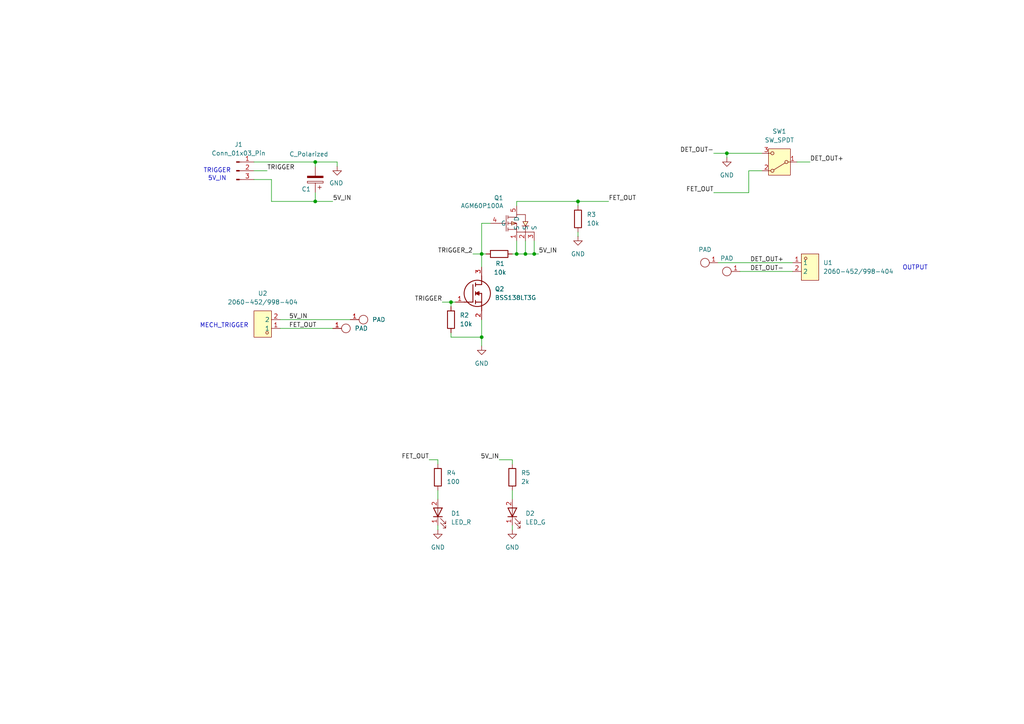
<source format=kicad_sch>
(kicad_sch
	(version 20250114)
	(generator "eeschema")
	(generator_version "9.0")
	(uuid "d6750254-6a5a-4a5e-8689-b06e7440633b")
	(paper "A4")
	(lib_symbols
		(symbol "Connector:Conn_01x03_Pin"
			(pin_names
				(offset 1.016)
				(hide yes)
			)
			(exclude_from_sim no)
			(in_bom yes)
			(on_board yes)
			(property "Reference" "J"
				(at 0 5.08 0)
				(effects
					(font
						(size 1.27 1.27)
					)
				)
			)
			(property "Value" "Conn_01x03_Pin"
				(at 0 -5.08 0)
				(effects
					(font
						(size 1.27 1.27)
					)
				)
			)
			(property "Footprint" ""
				(at 0 0 0)
				(effects
					(font
						(size 1.27 1.27)
					)
					(hide yes)
				)
			)
			(property "Datasheet" "~"
				(at 0 0 0)
				(effects
					(font
						(size 1.27 1.27)
					)
					(hide yes)
				)
			)
			(property "Description" "Generic connector, single row, 01x03, script generated"
				(at 0 0 0)
				(effects
					(font
						(size 1.27 1.27)
					)
					(hide yes)
				)
			)
			(property "ki_locked" ""
				(at 0 0 0)
				(effects
					(font
						(size 1.27 1.27)
					)
				)
			)
			(property "ki_keywords" "connector"
				(at 0 0 0)
				(effects
					(font
						(size 1.27 1.27)
					)
					(hide yes)
				)
			)
			(property "ki_fp_filters" "Connector*:*_1x??_*"
				(at 0 0 0)
				(effects
					(font
						(size 1.27 1.27)
					)
					(hide yes)
				)
			)
			(symbol "Conn_01x03_Pin_1_1"
				(rectangle
					(start 0.8636 2.667)
					(end 0 2.413)
					(stroke
						(width 0.1524)
						(type default)
					)
					(fill
						(type outline)
					)
				)
				(rectangle
					(start 0.8636 0.127)
					(end 0 -0.127)
					(stroke
						(width 0.1524)
						(type default)
					)
					(fill
						(type outline)
					)
				)
				(rectangle
					(start 0.8636 -2.413)
					(end 0 -2.667)
					(stroke
						(width 0.1524)
						(type default)
					)
					(fill
						(type outline)
					)
				)
				(polyline
					(pts
						(xy 1.27 2.54) (xy 0.8636 2.54)
					)
					(stroke
						(width 0.1524)
						(type default)
					)
					(fill
						(type none)
					)
				)
				(polyline
					(pts
						(xy 1.27 0) (xy 0.8636 0)
					)
					(stroke
						(width 0.1524)
						(type default)
					)
					(fill
						(type none)
					)
				)
				(polyline
					(pts
						(xy 1.27 -2.54) (xy 0.8636 -2.54)
					)
					(stroke
						(width 0.1524)
						(type default)
					)
					(fill
						(type none)
					)
				)
				(pin passive line
					(at 5.08 2.54 180)
					(length 3.81)
					(name "Pin_1"
						(effects
							(font
								(size 1.27 1.27)
							)
						)
					)
					(number "1"
						(effects
							(font
								(size 1.27 1.27)
							)
						)
					)
				)
				(pin passive line
					(at 5.08 0 180)
					(length 3.81)
					(name "Pin_2"
						(effects
							(font
								(size 1.27 1.27)
							)
						)
					)
					(number "2"
						(effects
							(font
								(size 1.27 1.27)
							)
						)
					)
				)
				(pin passive line
					(at 5.08 -2.54 180)
					(length 3.81)
					(name "Pin_3"
						(effects
							(font
								(size 1.27 1.27)
							)
						)
					)
					(number "3"
						(effects
							(font
								(size 1.27 1.27)
							)
						)
					)
				)
			)
			(embedded_fonts no)
		)
		(symbol "Device:C_Polarized"
			(pin_numbers
				(hide yes)
			)
			(pin_names
				(offset 0.254)
			)
			(exclude_from_sim no)
			(in_bom yes)
			(on_board yes)
			(property "Reference" "C"
				(at 0.635 2.54 0)
				(effects
					(font
						(size 1.27 1.27)
					)
					(justify left)
				)
			)
			(property "Value" "C_Polarized"
				(at 0.635 -2.54 0)
				(effects
					(font
						(size 1.27 1.27)
					)
					(justify left)
				)
			)
			(property "Footprint" ""
				(at 0.9652 -3.81 0)
				(effects
					(font
						(size 1.27 1.27)
					)
					(hide yes)
				)
			)
			(property "Datasheet" "~"
				(at 0 0 0)
				(effects
					(font
						(size 1.27 1.27)
					)
					(hide yes)
				)
			)
			(property "Description" "Polarized capacitor"
				(at 0 0 0)
				(effects
					(font
						(size 1.27 1.27)
					)
					(hide yes)
				)
			)
			(property "ki_keywords" "cap capacitor"
				(at 0 0 0)
				(effects
					(font
						(size 1.27 1.27)
					)
					(hide yes)
				)
			)
			(property "ki_fp_filters" "CP_*"
				(at 0 0 0)
				(effects
					(font
						(size 1.27 1.27)
					)
					(hide yes)
				)
			)
			(symbol "C_Polarized_0_1"
				(rectangle
					(start -2.286 0.508)
					(end 2.286 1.016)
					(stroke
						(width 0)
						(type default)
					)
					(fill
						(type none)
					)
				)
				(polyline
					(pts
						(xy -1.778 2.286) (xy -0.762 2.286)
					)
					(stroke
						(width 0)
						(type default)
					)
					(fill
						(type none)
					)
				)
				(polyline
					(pts
						(xy -1.27 2.794) (xy -1.27 1.778)
					)
					(stroke
						(width 0)
						(type default)
					)
					(fill
						(type none)
					)
				)
				(rectangle
					(start 2.286 -0.508)
					(end -2.286 -1.016)
					(stroke
						(width 0)
						(type default)
					)
					(fill
						(type outline)
					)
				)
			)
			(symbol "C_Polarized_1_1"
				(pin passive line
					(at 0 3.81 270)
					(length 2.794)
					(name "~"
						(effects
							(font
								(size 1.27 1.27)
							)
						)
					)
					(number "1"
						(effects
							(font
								(size 1.27 1.27)
							)
						)
					)
				)
				(pin passive line
					(at 0 -3.81 90)
					(length 2.794)
					(name "~"
						(effects
							(font
								(size 1.27 1.27)
							)
						)
					)
					(number "2"
						(effects
							(font
								(size 1.27 1.27)
							)
						)
					)
				)
			)
			(embedded_fonts no)
		)
		(symbol "Device:LED"
			(pin_names
				(offset 1.016)
				(hide yes)
			)
			(exclude_from_sim no)
			(in_bom yes)
			(on_board yes)
			(property "Reference" "D1"
				(at -1.5875 -7.62 0)
				(effects
					(font
						(size 1.27 1.27)
					)
				)
			)
			(property "Value" "LED_G"
				(at -1.5875 -5.08 0)
				(effects
					(font
						(size 1.27 1.27)
					)
				)
			)
			(property "Footprint" "easyeda2kicad:LED0402-RD_GREEN"
				(at 0 0 0)
				(effects
					(font
						(size 1.27 1.27)
					)
					(hide yes)
				)
			)
			(property "Datasheet" "~"
				(at 0 0 0)
				(effects
					(font
						(size 1.27 1.27)
					)
					(hide yes)
				)
			)
			(property "Description" "Light emitting diode"
				(at 0 0 0)
				(effects
					(font
						(size 1.27 1.27)
					)
					(hide yes)
				)
			)
			(property "Sim.Pins" "1=K 2=A"
				(at 0 0 0)
				(effects
					(font
						(size 1.27 1.27)
					)
					(hide yes)
				)
			)
			(property "ki_keywords" "LED diode"
				(at 0 0 0)
				(effects
					(font
						(size 1.27 1.27)
					)
					(hide yes)
				)
			)
			(property "ki_fp_filters" "LED* LED_SMD:* LED_THT:*"
				(at 0 0 0)
				(effects
					(font
						(size 1.27 1.27)
					)
					(hide yes)
				)
			)
			(symbol "LED_0_1"
				(polyline
					(pts
						(xy -3.048 -0.762) (xy -4.572 -2.286) (xy -3.81 -2.286) (xy -4.572 -2.286) (xy -4.572 -1.524)
					)
					(stroke
						(width 0)
						(type default)
					)
					(fill
						(type none)
					)
				)
				(polyline
					(pts
						(xy -1.778 -0.762) (xy -3.302 -2.286) (xy -2.54 -2.286) (xy -3.302 -2.286) (xy -3.302 -1.524)
					)
					(stroke
						(width 0)
						(type default)
					)
					(fill
						(type none)
					)
				)
				(polyline
					(pts
						(xy -1.27 0) (xy 1.27 0)
					)
					(stroke
						(width 0)
						(type default)
					)
					(fill
						(type none)
					)
				)
				(polyline
					(pts
						(xy -1.27 -1.27) (xy -1.27 1.27)
					)
					(stroke
						(width 0.254)
						(type default)
					)
					(fill
						(type none)
					)
				)
				(polyline
					(pts
						(xy 1.27 -1.27) (xy 1.27 1.27) (xy -1.27 0) (xy 1.27 -1.27)
					)
					(stroke
						(width 0.254)
						(type default)
					)
					(fill
						(type none)
					)
				)
			)
			(symbol "LED_1_1"
				(pin passive line
					(at -3.81 0 0)
					(length 2.54)
					(name "K"
						(effects
							(font
								(size 1.27 1.27)
							)
						)
					)
					(number "1"
						(effects
							(font
								(size 1.27 1.27)
							)
						)
					)
				)
				(pin passive line
					(at 3.81 0 180)
					(length 2.54)
					(name "A"
						(effects
							(font
								(size 1.27 1.27)
							)
						)
					)
					(number "2"
						(effects
							(font
								(size 1.27 1.27)
							)
						)
					)
				)
			)
			(embedded_fonts no)
		)
		(symbol "Device:R"
			(pin_numbers
				(hide yes)
			)
			(pin_names
				(offset 0)
			)
			(exclude_from_sim no)
			(in_bom yes)
			(on_board yes)
			(property "Reference" "R"
				(at 2.032 0 90)
				(effects
					(font
						(size 1.27 1.27)
					)
				)
			)
			(property "Value" "R"
				(at 0 0 90)
				(effects
					(font
						(size 1.27 1.27)
					)
				)
			)
			(property "Footprint" ""
				(at -1.778 0 90)
				(effects
					(font
						(size 1.27 1.27)
					)
					(hide yes)
				)
			)
			(property "Datasheet" "~"
				(at 0 0 0)
				(effects
					(font
						(size 1.27 1.27)
					)
					(hide yes)
				)
			)
			(property "Description" "Resistor"
				(at 0 0 0)
				(effects
					(font
						(size 1.27 1.27)
					)
					(hide yes)
				)
			)
			(property "ki_keywords" "R res resistor"
				(at 0 0 0)
				(effects
					(font
						(size 1.27 1.27)
					)
					(hide yes)
				)
			)
			(property "ki_fp_filters" "R_*"
				(at 0 0 0)
				(effects
					(font
						(size 1.27 1.27)
					)
					(hide yes)
				)
			)
			(symbol "R_0_1"
				(rectangle
					(start -1.016 -2.54)
					(end 1.016 2.54)
					(stroke
						(width 0.254)
						(type default)
					)
					(fill
						(type none)
					)
				)
			)
			(symbol "R_1_1"
				(pin passive line
					(at 0 3.81 270)
					(length 1.27)
					(name "~"
						(effects
							(font
								(size 1.27 1.27)
							)
						)
					)
					(number "1"
						(effects
							(font
								(size 1.27 1.27)
							)
						)
					)
				)
				(pin passive line
					(at 0 -3.81 90)
					(length 1.27)
					(name "~"
						(effects
							(font
								(size 1.27 1.27)
							)
						)
					)
					(number "2"
						(effects
							(font
								(size 1.27 1.27)
							)
						)
					)
				)
			)
			(embedded_fonts no)
		)
		(symbol "Switch:SW_SPDT"
			(pin_names
				(offset 0)
				(hide yes)
			)
			(exclude_from_sim no)
			(in_bom yes)
			(on_board yes)
			(property "Reference" "SW1"
				(at 0 -8.89 0)
				(effects
					(font
						(size 1.27 1.27)
					)
				)
			)
			(property "Value" "SW_SPDT"
				(at 0 -6.35 0)
				(effects
					(font
						(size 1.27 1.27)
					)
				)
			)
			(property "Footprint" "personal_footprint:D2HW-BL201DL"
				(at 0 0 0)
				(effects
					(font
						(size 1.27 1.27)
					)
					(hide yes)
				)
			)
			(property "Datasheet" "D2HW-BL201DL"
				(at 0 -7.62 0)
				(effects
					(font
						(size 1.27 1.27)
					)
					(hide yes)
				)
			)
			(property "Description" "Switch, single pole double throw"
				(at 0 0 0)
				(effects
					(font
						(size 1.27 1.27)
					)
					(hide yes)
				)
			)
			(property "ki_keywords" "switch single-pole double-throw spdt ON-ON"
				(at 0 0 0)
				(effects
					(font
						(size 1.27 1.27)
					)
					(hide yes)
				)
			)
			(symbol "SW_SPDT_0_1"
				(circle
					(center -2.032 0)
					(radius 0.4572)
					(stroke
						(width 0)
						(type default)
					)
					(fill
						(type none)
					)
				)
				(polyline
					(pts
						(xy -1.651 0.254) (xy 1.651 2.286)
					)
					(stroke
						(width 0)
						(type default)
					)
					(fill
						(type none)
					)
				)
				(circle
					(center 2.032 2.54)
					(radius 0.4572)
					(stroke
						(width 0)
						(type default)
					)
					(fill
						(type none)
					)
				)
				(circle
					(center 2.032 -2.54)
					(radius 0.4572)
					(stroke
						(width 0)
						(type default)
					)
					(fill
						(type none)
					)
				)
			)
			(symbol "SW_SPDT_1_1"
				(rectangle
					(start -3.175 3.81)
					(end 3.175 -3.81)
					(stroke
						(width 0)
						(type default)
					)
					(fill
						(type background)
					)
				)
				(pin passive line
					(at -5.08 0 0)
					(length 2.54)
					(name "B"
						(effects
							(font
								(size 1.27 1.27)
							)
						)
					)
					(number "1"
						(effects
							(font
								(size 1.27 1.27)
							)
						)
					)
				)
				(pin passive line
					(at 5.08 2.54 180)
					(length 2.54)
					(name "A"
						(effects
							(font
								(size 1.27 1.27)
							)
						)
					)
					(number "2"
						(effects
							(font
								(size 1.27 1.27)
							)
						)
					)
				)
				(pin passive line
					(at 5.08 -2.54 180)
					(length 2.54)
					(name "C"
						(effects
							(font
								(size 1.27 1.27)
							)
						)
					)
					(number "3"
						(effects
							(font
								(size 1.27 1.27)
							)
						)
					)
				)
			)
			(embedded_fonts no)
		)
		(symbol "easyeda2kicad:2060-452_998-404"
			(exclude_from_sim no)
			(in_bom yes)
			(on_board yes)
			(property "Reference" "U"
				(at 0 6.35 0)
				(effects
					(font
						(size 1.27 1.27)
					)
				)
			)
			(property "Value" "2060-452/998-404"
				(at 0 -6.35 0)
				(effects
					(font
						(size 1.27 1.27)
					)
				)
			)
			(property "Footprint" "easyeda2kicad:CONN-SMD_2060-452"
				(at 0 -8.89 0)
				(effects
					(font
						(size 1.27 1.27)
					)
					(hide yes)
				)
			)
			(property "Datasheet" ""
				(at 0 0 0)
				(effects
					(font
						(size 1.27 1.27)
					)
					(hide yes)
				)
			)
			(property "Description" ""
				(at 0 0 0)
				(effects
					(font
						(size 1.27 1.27)
					)
					(hide yes)
				)
			)
			(property "LCSC Part" "C2765055"
				(at 0 -11.43 0)
				(effects
					(font
						(size 1.27 1.27)
					)
					(hide yes)
				)
			)
			(symbol "2060-452_998-404_0_1"
				(rectangle
					(start -2.54 3.81)
					(end 2.54 -3.81)
					(stroke
						(width 0)
						(type default)
					)
					(fill
						(type background)
					)
				)
				(circle
					(center -1.27 2.54)
					(radius 0.38)
					(stroke
						(width 0)
						(type default)
					)
					(fill
						(type none)
					)
				)
				(pin unspecified line
					(at -5.08 1.27 0)
					(length 2.54)
					(name "1"
						(effects
							(font
								(size 1.27 1.27)
							)
						)
					)
					(number "1"
						(effects
							(font
								(size 1.27 1.27)
							)
						)
					)
				)
				(pin unspecified line
					(at -5.08 -1.27 0)
					(length 2.54)
					(name "2"
						(effects
							(font
								(size 1.27 1.27)
							)
						)
					)
					(number "2"
						(effects
							(font
								(size 1.27 1.27)
							)
						)
					)
				)
			)
			(embedded_fonts no)
		)
		(symbol "easyeda2kicad:AGM60P100A"
			(exclude_from_sim no)
			(in_bom yes)
			(on_board yes)
			(property "Reference" "Q"
				(at 0 10.16 0)
				(effects
					(font
						(size 1.27 1.27)
					)
				)
			)
			(property "Value" "AGM60P100A"
				(at 0 -10.16 0)
				(effects
					(font
						(size 1.27 1.27)
					)
				)
			)
			(property "Footprint" "easyeda2kicad:TDSON-8_L5.9-W5.2-P1.27-BL"
				(at 0 -12.7 0)
				(effects
					(font
						(size 1.27 1.27)
					)
					(hide yes)
				)
			)
			(property "Datasheet" ""
				(at 0 0 0)
				(effects
					(font
						(size 1.27 1.27)
					)
					(hide yes)
				)
			)
			(property "Description" ""
				(at 0 0 0)
				(effects
					(font
						(size 1.27 1.27)
					)
					(hide yes)
				)
			)
			(property "LCSC Part" "C5373096"
				(at 0 -15.24 0)
				(effects
					(font
						(size 1.27 1.27)
					)
					(hide yes)
				)
			)
			(symbol "AGM60P100A_0_1"
				(polyline
					(pts
						(xy -5.08 0) (xy -3.05 0)
					)
					(stroke
						(width 0)
						(type default)
					)
					(fill
						(type none)
					)
				)
				(polyline
					(pts
						(xy -3.05 2.29) (xy -3.05 -2.29)
					)
					(stroke
						(width 0)
						(type default)
					)
					(fill
						(type none)
					)
				)
				(polyline
					(pts
						(xy -2.54 2.29) (xy -2.54 1.27)
					)
					(stroke
						(width 0)
						(type default)
					)
					(fill
						(type none)
					)
				)
				(polyline
					(pts
						(xy -2.54 1.78) (xy 0 1.78) (xy 0 2.54) (xy 2.54 2.54) (xy 2.54 0.51)
					)
					(stroke
						(width 0)
						(type default)
					)
					(fill
						(type none)
					)
				)
				(polyline
					(pts
						(xy -2.54 0) (xy 0 0) (xy 0 -2.54) (xy 5.08 -2.54) (xy 2.54 -2.54) (xy 2.54 -0.76)
					)
					(stroke
						(width 0)
						(type default)
					)
					(fill
						(type none)
					)
				)
				(polyline
					(pts
						(xy -2.54 -0.51) (xy -2.54 0.51)
					)
					(stroke
						(width 0)
						(type default)
					)
					(fill
						(type none)
					)
				)
				(polyline
					(pts
						(xy -2.54 -2.29) (xy -2.54 -1.27)
					)
					(stroke
						(width 0)
						(type default)
					)
					(fill
						(type none)
					)
				)
				(polyline
					(pts
						(xy 0 0) (xy -1.52 -0.51) (xy -1.52 0.51) (xy 0 0)
					)
					(stroke
						(width 0)
						(type default)
					)
					(fill
						(type background)
					)
				)
				(polyline
					(pts
						(xy 0 -1.78) (xy -2.54 -1.78)
					)
					(stroke
						(width 0)
						(type default)
					)
					(fill
						(type none)
					)
				)
				(polyline
					(pts
						(xy 2.54 -0.76) (xy 1.78 0.51) (xy 3.3 0.51) (xy 2.54 -0.76)
					)
					(stroke
						(width 0)
						(type default)
					)
					(fill
						(type background)
					)
				)
				(polyline
					(pts
						(xy 3.56 -0.76) (xy 3.05 -0.76) (xy 2.03 -0.76) (xy 1.52 -0.76)
					)
					(stroke
						(width 0)
						(type default)
					)
					(fill
						(type none)
					)
				)
				(pin unspecified line
					(at -7.62 0 0)
					(length 2.54)
					(name "G"
						(effects
							(font
								(size 1.27 1.27)
							)
						)
					)
					(number "4"
						(effects
							(font
								(size 1.27 1.27)
							)
						)
					)
				)
				(pin unspecified line
					(at 0 5.08 270)
					(length 2.54)
					(name "D"
						(effects
							(font
								(size 1.27 1.27)
							)
						)
					)
					(number "5"
						(effects
							(font
								(size 1.27 1.27)
							)
						)
					)
				)
				(pin unspecified line
					(at 0 -5.08 90)
					(length 2.54)
					(name "S"
						(effects
							(font
								(size 1.27 1.27)
							)
						)
					)
					(number "1"
						(effects
							(font
								(size 1.27 1.27)
							)
						)
					)
				)
				(pin unspecified line
					(at 2.54 -5.08 90)
					(length 2.54)
					(name "S"
						(effects
							(font
								(size 1.27 1.27)
							)
						)
					)
					(number "2"
						(effects
							(font
								(size 1.27 1.27)
							)
						)
					)
				)
				(pin unspecified line
					(at 5.08 -5.08 90)
					(length 2.54)
					(name "S"
						(effects
							(font
								(size 1.27 1.27)
							)
						)
					)
					(number "3"
						(effects
							(font
								(size 1.27 1.27)
							)
						)
					)
				)
			)
			(embedded_fonts no)
		)
		(symbol "personal_footprint:BSS138LT3G"
			(pin_names
				(hide yes)
			)
			(exclude_from_sim no)
			(in_bom yes)
			(on_board yes)
			(property "Reference" "Q"
				(at 11.43 3.81 0)
				(effects
					(font
						(size 1.27 1.27)
					)
					(justify left top)
				)
			)
			(property "Value" "BSS138LT3G"
				(at 11.43 1.27 0)
				(effects
					(font
						(size 1.27 1.27)
					)
					(justify left top)
				)
			)
			(property "Footprint" "personal_footprint:SOT96P237X111-3N"
				(at 11.43 -98.73 0)
				(effects
					(font
						(size 1.27 1.27)
					)
					(justify left top)
					(hide yes)
				)
			)
			(property "Datasheet" "https://www.onsemi.com/pub/Collateral/BSS138LT1-D.PDF"
				(at 11.43 -198.73 0)
				(effects
					(font
						(size 1.27 1.27)
					)
					(justify left top)
					(hide yes)
				)
			)
			(property "Description" "Low Threshold Voltage; Miniature SOT-23 Surface Mount Package; RoHS Compliant"
				(at 0 0 0)
				(effects
					(font
						(size 1.27 1.27)
					)
					(hide yes)
				)
			)
			(property "Height" "1.11"
				(at 11.43 -398.73 0)
				(effects
					(font
						(size 1.27 1.27)
					)
					(justify left top)
					(hide yes)
				)
			)
			(property "Mouser Part Number" "863-BSS138LT3G"
				(at 11.43 -498.73 0)
				(effects
					(font
						(size 1.27 1.27)
					)
					(justify left top)
					(hide yes)
				)
			)
			(property "Mouser Price/Stock" "https://www.mouser.co.uk/ProductDetail/onsemi/BSS138LT3G?qs=vNc2DXHODiIFTBAtRV5T3Q%3D%3D"
				(at 11.43 -598.73 0)
				(effects
					(font
						(size 1.27 1.27)
					)
					(justify left top)
					(hide yes)
				)
			)
			(property "Manufacturer_Name" "onsemi"
				(at 11.43 -698.73 0)
				(effects
					(font
						(size 1.27 1.27)
					)
					(justify left top)
					(hide yes)
				)
			)
			(property "Manufacturer_Part_Number" "BSS138LT3G"
				(at 11.43 -798.73 0)
				(effects
					(font
						(size 1.27 1.27)
					)
					(justify left top)
					(hide yes)
				)
			)
			(symbol "BSS138LT3G_1_1"
				(polyline
					(pts
						(xy 2.54 0) (xy 5.08 0)
					)
					(stroke
						(width 0.254)
						(type default)
					)
					(fill
						(type none)
					)
				)
				(polyline
					(pts
						(xy 5.08 5.08) (xy 5.08 0)
					)
					(stroke
						(width 0.254)
						(type default)
					)
					(fill
						(type none)
					)
				)
				(polyline
					(pts
						(xy 5.842 5.588) (xy 5.842 4.572)
					)
					(stroke
						(width 0.254)
						(type default)
					)
					(fill
						(type none)
					)
				)
				(polyline
					(pts
						(xy 5.842 2.54) (xy 6.858 3.048) (xy 6.858 2.032) (xy 5.842 2.54)
					)
					(stroke
						(width 0.254)
						(type default)
					)
					(fill
						(type outline)
					)
				)
				(polyline
					(pts
						(xy 5.842 2.032) (xy 5.842 3.048)
					)
					(stroke
						(width 0.254)
						(type default)
					)
					(fill
						(type none)
					)
				)
				(polyline
					(pts
						(xy 5.842 0) (xy 7.62 0)
					)
					(stroke
						(width 0.254)
						(type default)
					)
					(fill
						(type none)
					)
				)
				(polyline
					(pts
						(xy 5.842 -0.508) (xy 5.842 0.508)
					)
					(stroke
						(width 0.254)
						(type default)
					)
					(fill
						(type none)
					)
				)
				(circle
					(center 6.35 2.54)
					(radius 3.81)
					(stroke
						(width 0.254)
						(type default)
					)
					(fill
						(type none)
					)
				)
				(polyline
					(pts
						(xy 7.62 5.08) (xy 5.842 5.08)
					)
					(stroke
						(width 0.254)
						(type default)
					)
					(fill
						(type none)
					)
				)
				(polyline
					(pts
						(xy 7.62 5.08) (xy 7.62 7.62)
					)
					(stroke
						(width 0.254)
						(type default)
					)
					(fill
						(type none)
					)
				)
				(polyline
					(pts
						(xy 7.62 2.54) (xy 5.842 2.54)
					)
					(stroke
						(width 0.254)
						(type default)
					)
					(fill
						(type none)
					)
				)
				(polyline
					(pts
						(xy 7.62 2.54) (xy 7.62 -2.54)
					)
					(stroke
						(width 0.254)
						(type default)
					)
					(fill
						(type none)
					)
				)
				(pin passive line
					(at 0 0 0)
					(length 2.54)
					(name "G"
						(effects
							(font
								(size 1.27 1.27)
							)
						)
					)
					(number "1"
						(effects
							(font
								(size 1.27 1.27)
							)
						)
					)
				)
				(pin passive line
					(at 7.62 10.16 270)
					(length 2.54)
					(name "D"
						(effects
							(font
								(size 1.27 1.27)
							)
						)
					)
					(number "3"
						(effects
							(font
								(size 1.27 1.27)
							)
						)
					)
				)
				(pin passive line
					(at 7.62 -5.08 90)
					(length 2.54)
					(name "S"
						(effects
							(font
								(size 1.27 1.27)
							)
						)
					)
					(number "2"
						(effects
							(font
								(size 1.27 1.27)
							)
						)
					)
				)
			)
			(embedded_fonts no)
		)
		(symbol "personal_footprint:pad_1"
			(exclude_from_sim no)
			(in_bom yes)
			(on_board yes)
			(property "Reference" "P"
				(at 2.032 -1.27 0)
				(effects
					(font
						(size 1.27 1.27)
					)
					(hide yes)
				)
			)
			(property "Value" "PAD"
				(at 0 0 0)
				(effects
					(font
						(size 1.27 1.27)
					)
				)
			)
			(property "Footprint" "personal_footprint:pad1520oval"
				(at 0 0 0)
				(effects
					(font
						(size 1.27 1.27)
					)
					(hide yes)
				)
			)
			(property "Datasheet" ""
				(at 0 0 0)
				(effects
					(font
						(size 1.27 1.27)
					)
					(hide yes)
				)
			)
			(property "Description" ""
				(at 0 0 0)
				(effects
					(font
						(size 1.27 1.27)
					)
					(hide yes)
				)
			)
			(symbol "pad_1_0_1"
				(circle
					(center 0 -2.54)
					(radius 1.27)
					(stroke
						(width 0)
						(type default)
					)
					(fill
						(type none)
					)
				)
			)
			(symbol "pad_1_1_1"
				(pin input line
					(at -3.81 -2.54 0)
					(length 2.54)
					(name ""
						(effects
							(font
								(size 1.27 1.27)
							)
						)
					)
					(number "1"
						(effects
							(font
								(size 1.27 1.27)
							)
						)
					)
				)
			)
			(embedded_fonts no)
		)
		(symbol "power:GND"
			(power)
			(pin_numbers
				(hide yes)
			)
			(pin_names
				(offset 0)
				(hide yes)
			)
			(exclude_from_sim no)
			(in_bom yes)
			(on_board yes)
			(property "Reference" "#PWR"
				(at 0 -6.35 0)
				(effects
					(font
						(size 1.27 1.27)
					)
					(hide yes)
				)
			)
			(property "Value" "GND"
				(at 0 -3.81 0)
				(effects
					(font
						(size 1.27 1.27)
					)
				)
			)
			(property "Footprint" ""
				(at 0 0 0)
				(effects
					(font
						(size 1.27 1.27)
					)
					(hide yes)
				)
			)
			(property "Datasheet" ""
				(at 0 0 0)
				(effects
					(font
						(size 1.27 1.27)
					)
					(hide yes)
				)
			)
			(property "Description" "Power symbol creates a global label with name \"GND\" , ground"
				(at 0 0 0)
				(effects
					(font
						(size 1.27 1.27)
					)
					(hide yes)
				)
			)
			(property "ki_keywords" "global power"
				(at 0 0 0)
				(effects
					(font
						(size 1.27 1.27)
					)
					(hide yes)
				)
			)
			(symbol "GND_0_1"
				(polyline
					(pts
						(xy 0 0) (xy 0 -1.27) (xy 1.27 -1.27) (xy 0 -2.54) (xy -1.27 -1.27) (xy 0 -1.27)
					)
					(stroke
						(width 0)
						(type default)
					)
					(fill
						(type none)
					)
				)
			)
			(symbol "GND_1_1"
				(pin power_in line
					(at 0 0 270)
					(length 0)
					(name "~"
						(effects
							(font
								(size 1.27 1.27)
							)
						)
					)
					(number "1"
						(effects
							(font
								(size 1.27 1.27)
							)
						)
					)
				)
			)
			(embedded_fonts no)
		)
	)
	(text "5V_IN"
		(exclude_from_sim no)
		(at 62.992 51.816 0)
		(effects
			(font
				(size 1.27 1.27)
			)
		)
		(uuid "2bd24e31-3270-4691-b324-54d5cea994e1")
	)
	(text "OUTPUT"
		(exclude_from_sim no)
		(at 265.43 77.724 0)
		(effects
			(font
				(size 1.27 1.27)
			)
		)
		(uuid "61cf4100-57fd-4598-96e5-6c3a9bab5e72")
	)
	(text "MECH_TRIGGER"
		(exclude_from_sim no)
		(at 65.024 94.488 0)
		(effects
			(font
				(size 1.27 1.27)
			)
		)
		(uuid "faffc682-f797-4603-8373-11d85acfb793")
	)
	(text "TRIGGER"
		(exclude_from_sim no)
		(at 62.992 49.53 0)
		(effects
			(font
				(size 1.27 1.27)
			)
		)
		(uuid "ff97c923-8d8c-4141-820f-db2aa71d7a3a")
	)
	(junction
		(at 167.64 58.42)
		(diameter 0)
		(color 0 0 0 0)
		(uuid "11f4f18f-a2f0-46f0-8d05-1f578b4bcc6c")
	)
	(junction
		(at 130.81 87.63)
		(diameter 0)
		(color 0 0 0 0)
		(uuid "22ba8cde-a991-49dd-a699-e5784c0b207b")
	)
	(junction
		(at 139.7 97.79)
		(diameter 0)
		(color 0 0 0 0)
		(uuid "31b75899-2888-4ddf-b075-b76110db00e2")
	)
	(junction
		(at 139.7 73.66)
		(diameter 0)
		(color 0 0 0 0)
		(uuid "32a3e8ee-616c-4718-ac52-71e0bec42a73")
	)
	(junction
		(at 149.86 73.66)
		(diameter 0)
		(color 0 0 0 0)
		(uuid "4858a19c-f758-4ac1-af4f-e63c76dc71a9")
	)
	(junction
		(at 210.82 44.45)
		(diameter 0)
		(color 0 0 0 0)
		(uuid "91321021-a267-4f48-ade0-31e1eec415a7")
	)
	(junction
		(at 154.94 73.66)
		(diameter 0)
		(color 0 0 0 0)
		(uuid "a1caedf3-ff2e-4195-9779-8f968e320565")
	)
	(junction
		(at 91.44 46.99)
		(diameter 0)
		(color 0 0 0 0)
		(uuid "c10cc6b7-73c0-41d6-9903-ec60b8183f49")
	)
	(junction
		(at 91.44 58.42)
		(diameter 0)
		(color 0 0 0 0)
		(uuid "eaf554c2-6d51-4990-8b3f-1e7fe2f7de11")
	)
	(junction
		(at 152.4 73.66)
		(diameter 0)
		(color 0 0 0 0)
		(uuid "f52ceb28-9eb3-4feb-941f-311691c8d875")
	)
	(wire
		(pts
			(xy 210.82 44.45) (xy 220.98 44.45)
		)
		(stroke
			(width 0)
			(type default)
		)
		(uuid "00989f2d-2457-4ad0-ad4a-15fa55f829a4")
	)
	(wire
		(pts
			(xy 91.44 55.88) (xy 91.44 58.42)
		)
		(stroke
			(width 0)
			(type default)
		)
		(uuid "020ea256-ee93-4dc6-b758-13021737aa27")
	)
	(wire
		(pts
			(xy 91.44 58.42) (xy 96.52 58.42)
		)
		(stroke
			(width 0)
			(type default)
		)
		(uuid "04f8cfd4-b7ca-4714-8750-63ad09776d50")
	)
	(wire
		(pts
			(xy 81.28 92.71) (xy 101.6 92.71)
		)
		(stroke
			(width 0)
			(type default)
		)
		(uuid "0b820a52-85e7-43ff-ad51-48df0ef1c037")
	)
	(wire
		(pts
			(xy 149.86 58.42) (xy 167.64 58.42)
		)
		(stroke
			(width 0)
			(type default)
		)
		(uuid "14415c80-49b1-43f7-8df6-a1f4caa79a51")
	)
	(wire
		(pts
			(xy 152.4 69.85) (xy 152.4 73.66)
		)
		(stroke
			(width 0)
			(type default)
		)
		(uuid "15e19f18-4cd3-4b47-a92c-9570957d9b7d")
	)
	(wire
		(pts
			(xy 97.79 46.99) (xy 97.79 48.26)
		)
		(stroke
			(width 0)
			(type default)
		)
		(uuid "189e4b88-4d6f-42f8-9dee-5f2fc0f81732")
	)
	(wire
		(pts
			(xy 154.94 69.85) (xy 154.94 73.66)
		)
		(stroke
			(width 0)
			(type default)
		)
		(uuid "1bbc2c65-025b-4db4-973e-e59ad47e01a0")
	)
	(wire
		(pts
			(xy 91.44 46.99) (xy 91.44 48.26)
		)
		(stroke
			(width 0)
			(type default)
		)
		(uuid "1d89848c-cbdf-4b90-9ed1-2e8e036e9d47")
	)
	(wire
		(pts
			(xy 78.74 52.07) (xy 78.74 58.42)
		)
		(stroke
			(width 0)
			(type default)
		)
		(uuid "1ea67b86-f35d-43bb-a5e7-8199633af054")
	)
	(wire
		(pts
			(xy 78.74 58.42) (xy 91.44 58.42)
		)
		(stroke
			(width 0)
			(type default)
		)
		(uuid "20db3c2c-97cb-4cb0-95d7-68db391cc86b")
	)
	(wire
		(pts
			(xy 73.66 52.07) (xy 78.74 52.07)
		)
		(stroke
			(width 0)
			(type default)
		)
		(uuid "29c1aa05-d34f-4a10-ac22-d4902c0b2829")
	)
	(wire
		(pts
			(xy 148.59 134.62) (xy 148.59 133.35)
		)
		(stroke
			(width 0)
			(type default)
		)
		(uuid "29c88e31-4a05-476d-a0d7-490dc1d4078c")
	)
	(wire
		(pts
			(xy 210.82 44.45) (xy 210.82 45.72)
		)
		(stroke
			(width 0)
			(type default)
		)
		(uuid "2cf3fac8-682a-4ed9-86ca-5818984970d6")
	)
	(wire
		(pts
			(xy 73.66 46.99) (xy 91.44 46.99)
		)
		(stroke
			(width 0)
			(type default)
		)
		(uuid "37ddc422-f92d-4341-ab06-be117d2e394e")
	)
	(wire
		(pts
			(xy 130.81 97.79) (xy 139.7 97.79)
		)
		(stroke
			(width 0)
			(type default)
		)
		(uuid "3ed38453-0664-4839-9b1d-e9962e1b5265")
	)
	(wire
		(pts
			(xy 139.7 92.71) (xy 139.7 97.79)
		)
		(stroke
			(width 0)
			(type default)
		)
		(uuid "43962d82-5855-404d-90ab-d8a56786a4fe")
	)
	(wire
		(pts
			(xy 81.28 95.25) (xy 96.52 95.25)
		)
		(stroke
			(width 0)
			(type default)
		)
		(uuid "4bc598b8-af26-49f4-a0c1-0f9d15d26dce")
	)
	(wire
		(pts
			(xy 214.63 78.74) (xy 229.87 78.74)
		)
		(stroke
			(width 0)
			(type default)
		)
		(uuid "51202f0e-f97d-485e-909a-427b395b89f2")
	)
	(wire
		(pts
			(xy 148.59 142.24) (xy 148.59 144.78)
		)
		(stroke
			(width 0)
			(type default)
		)
		(uuid "51dac680-615d-4614-966e-7455f7d3100e")
	)
	(wire
		(pts
			(xy 130.81 96.52) (xy 130.81 97.79)
		)
		(stroke
			(width 0)
			(type default)
		)
		(uuid "5882b498-c661-4165-9484-4dec3dd5c815")
	)
	(wire
		(pts
			(xy 130.81 88.9) (xy 130.81 87.63)
		)
		(stroke
			(width 0)
			(type default)
		)
		(uuid "58f18cac-d102-4d2f-b6ea-d7a5f02895e6")
	)
	(wire
		(pts
			(xy 176.53 58.42) (xy 167.64 58.42)
		)
		(stroke
			(width 0)
			(type default)
		)
		(uuid "593e6c6f-cd98-4838-92f0-11cd6fe6a926")
	)
	(wire
		(pts
			(xy 154.94 73.66) (xy 156.21 73.66)
		)
		(stroke
			(width 0)
			(type default)
		)
		(uuid "5b1192b9-861f-4a27-9f93-974551c5344f")
	)
	(wire
		(pts
			(xy 128.27 87.63) (xy 130.81 87.63)
		)
		(stroke
			(width 0)
			(type default)
		)
		(uuid "6f0e690b-9ed6-4855-938f-301ef5030035")
	)
	(wire
		(pts
			(xy 149.86 73.66) (xy 152.4 73.66)
		)
		(stroke
			(width 0)
			(type default)
		)
		(uuid "74cfe206-6136-4dbe-979c-6a518c603082")
	)
	(wire
		(pts
			(xy 148.59 153.67) (xy 148.59 152.4)
		)
		(stroke
			(width 0)
			(type default)
		)
		(uuid "7c3ce94e-36a5-4ca1-8582-1f8fdb9322f4")
	)
	(wire
		(pts
			(xy 139.7 97.79) (xy 139.7 100.33)
		)
		(stroke
			(width 0)
			(type default)
		)
		(uuid "7d84a022-5b63-4027-b53c-aa1af5f8743e")
	)
	(wire
		(pts
			(xy 127 142.24) (xy 127 144.78)
		)
		(stroke
			(width 0)
			(type default)
		)
		(uuid "87ca6a79-cc25-48b4-89bc-a50e01b7d3a7")
	)
	(wire
		(pts
			(xy 149.86 69.85) (xy 149.86 73.66)
		)
		(stroke
			(width 0)
			(type default)
		)
		(uuid "8afbf920-232f-4896-98f8-cb70d366f78c")
	)
	(wire
		(pts
			(xy 140.97 73.66) (xy 139.7 73.66)
		)
		(stroke
			(width 0)
			(type default)
		)
		(uuid "8d418ef3-8505-49f9-bf11-bb349809f067")
	)
	(wire
		(pts
			(xy 148.59 133.35) (xy 144.78 133.35)
		)
		(stroke
			(width 0)
			(type default)
		)
		(uuid "8ecc37ee-5560-43a5-9926-6fd5d442a85d")
	)
	(wire
		(pts
			(xy 217.17 49.53) (xy 220.98 49.53)
		)
		(stroke
			(width 0)
			(type default)
		)
		(uuid "92373e9a-1734-4d4a-9f21-b5d1d97d220e")
	)
	(wire
		(pts
			(xy 207.01 55.88) (xy 217.17 55.88)
		)
		(stroke
			(width 0)
			(type default)
		)
		(uuid "936f6e62-5024-4ede-ac09-f41df3449961")
	)
	(wire
		(pts
			(xy 91.44 46.99) (xy 97.79 46.99)
		)
		(stroke
			(width 0)
			(type default)
		)
		(uuid "a0ef6d22-f0b3-4dc1-a595-b016ca0f875f")
	)
	(wire
		(pts
			(xy 234.95 46.99) (xy 231.14 46.99)
		)
		(stroke
			(width 0)
			(type default)
		)
		(uuid "a7fdb909-711c-4af1-b248-e9e0ddacd3b4")
	)
	(wire
		(pts
			(xy 137.16 73.66) (xy 139.7 73.66)
		)
		(stroke
			(width 0)
			(type default)
		)
		(uuid "a996d34b-3a0d-4652-a9c5-c992c00e8167")
	)
	(wire
		(pts
			(xy 154.94 73.66) (xy 152.4 73.66)
		)
		(stroke
			(width 0)
			(type default)
		)
		(uuid "aa518dd0-34f0-4ada-b0ae-c7f2a37f6468")
	)
	(wire
		(pts
			(xy 208.28 76.2) (xy 229.87 76.2)
		)
		(stroke
			(width 0)
			(type default)
		)
		(uuid "ac0503e6-52e2-49b8-a609-102446e3f9c7")
	)
	(wire
		(pts
			(xy 148.59 73.66) (xy 149.86 73.66)
		)
		(stroke
			(width 0)
			(type default)
		)
		(uuid "b20f5042-442d-453e-bd54-dbdc08bd6da9")
	)
	(wire
		(pts
			(xy 127 133.35) (xy 127 134.62)
		)
		(stroke
			(width 0)
			(type default)
		)
		(uuid "bcc826ca-fe0c-4db9-8df0-5b64fd41e739")
	)
	(wire
		(pts
			(xy 167.64 67.31) (xy 167.64 68.58)
		)
		(stroke
			(width 0)
			(type default)
		)
		(uuid "c7d9dc6d-d265-4d97-9774-9dd6dbe708b4")
	)
	(wire
		(pts
			(xy 207.01 44.45) (xy 210.82 44.45)
		)
		(stroke
			(width 0)
			(type default)
		)
		(uuid "c9390bff-77f2-4e40-aa72-b9d2d09ade4e")
	)
	(wire
		(pts
			(xy 139.7 73.66) (xy 139.7 64.77)
		)
		(stroke
			(width 0)
			(type default)
		)
		(uuid "cb64dd1b-5931-440f-84a8-13d0403d87b6")
	)
	(wire
		(pts
			(xy 217.17 55.88) (xy 217.17 49.53)
		)
		(stroke
			(width 0)
			(type default)
		)
		(uuid "cbaba88b-56d3-408a-bad4-a283e15ccb29")
	)
	(wire
		(pts
			(xy 124.46 133.35) (xy 127 133.35)
		)
		(stroke
			(width 0)
			(type default)
		)
		(uuid "d36e2fec-52e1-4e55-81d6-c905708f5c2e")
	)
	(wire
		(pts
			(xy 167.64 59.69) (xy 167.64 58.42)
		)
		(stroke
			(width 0)
			(type default)
		)
		(uuid "e14269c6-f747-4152-8ff9-294cea8eae73")
	)
	(wire
		(pts
			(xy 77.47 49.53) (xy 73.66 49.53)
		)
		(stroke
			(width 0)
			(type default)
		)
		(uuid "e8fbe1a8-dd52-459e-8b25-69f81e62f260")
	)
	(wire
		(pts
			(xy 149.86 59.69) (xy 149.86 58.42)
		)
		(stroke
			(width 0)
			(type default)
		)
		(uuid "eee42725-95bc-4cfa-8e47-cdc2df06691d")
	)
	(wire
		(pts
			(xy 130.81 87.63) (xy 132.08 87.63)
		)
		(stroke
			(width 0)
			(type default)
		)
		(uuid "fcb89418-a360-4ca5-87d9-e4ee5fcf2dee")
	)
	(wire
		(pts
			(xy 139.7 64.77) (xy 142.24 64.77)
		)
		(stroke
			(width 0)
			(type default)
		)
		(uuid "fd7378f8-768d-4056-9c54-e6622b99111a")
	)
	(wire
		(pts
			(xy 139.7 73.66) (xy 139.7 77.47)
		)
		(stroke
			(width 0)
			(type default)
		)
		(uuid "fda24244-76b0-4ccd-a1c7-07c4bf74ef27")
	)
	(wire
		(pts
			(xy 127 153.67) (xy 127 152.4)
		)
		(stroke
			(width 0)
			(type default)
		)
		(uuid "fddd5ef2-b8dd-4108-b7f1-a94cd48f5f93")
	)
	(label "5V_IN"
		(at 144.78 133.35 180)
		(effects
			(font
				(size 1.27 1.27)
			)
			(justify right bottom)
		)
		(uuid "15c547dd-2ef4-45ec-991d-71ef3449270e")
	)
	(label "FET_OUT"
		(at 207.01 55.88 180)
		(effects
			(font
				(size 1.27 1.27)
			)
			(justify right bottom)
		)
		(uuid "1a9d84a6-c4ed-4943-98de-d41ab4831142")
	)
	(label "5V_IN"
		(at 83.82 92.71 0)
		(effects
			(font
				(size 1.27 1.27)
			)
			(justify left bottom)
		)
		(uuid "2c569fe1-db80-4dde-b632-b1a0d0977162")
	)
	(label "DET_OUT+"
		(at 234.95 46.99 0)
		(effects
			(font
				(size 1.27 1.27)
			)
			(justify left bottom)
		)
		(uuid "3db6d3fb-8996-4a01-af0c-57610f05fce6")
	)
	(label "DET_OUT-"
		(at 207.01 44.45 180)
		(effects
			(font
				(size 1.27 1.27)
			)
			(justify right bottom)
		)
		(uuid "50b83d1d-920c-4b9c-aea9-73daff7d2e75")
	)
	(label "FET_OUT"
		(at 124.46 133.35 180)
		(effects
			(font
				(size 1.27 1.27)
			)
			(justify right bottom)
		)
		(uuid "816c79f0-f890-419c-b52f-947807017f9b")
	)
	(label "TRIGGER"
		(at 77.47 49.53 0)
		(effects
			(font
				(size 1.27 1.27)
			)
			(justify left bottom)
		)
		(uuid "84abb3c0-53f1-46e7-b431-851649e61787")
	)
	(label "5V_IN"
		(at 156.21 73.66 0)
		(effects
			(font
				(size 1.27 1.27)
			)
			(justify left bottom)
		)
		(uuid "a6afbda7-475a-4e58-8275-2300ceb64b50")
	)
	(label "TRIGGER"
		(at 128.27 87.63 180)
		(effects
			(font
				(size 1.27 1.27)
			)
			(justify right bottom)
		)
		(uuid "b19c8dd9-2842-475a-92ac-9a02c5873dda")
	)
	(label "FET_OUT"
		(at 83.82 95.25 0)
		(effects
			(font
				(size 1.27 1.27)
			)
			(justify left bottom)
		)
		(uuid "bdeb1df3-31d4-4721-8e94-fb3f70879810")
	)
	(label "TRIGGER_2"
		(at 137.16 73.66 180)
		(effects
			(font
				(size 1.27 1.27)
			)
			(justify right bottom)
		)
		(uuid "c3901c99-84b6-4b90-b31a-91b9fdeff1f4")
	)
	(label "DET_OUT+"
		(at 227.33 76.2 180)
		(effects
			(font
				(size 1.27 1.27)
			)
			(justify right bottom)
		)
		(uuid "cbc90776-98fe-4dde-adc5-054de615d26e")
	)
	(label "5V_IN"
		(at 96.52 58.42 0)
		(effects
			(font
				(size 1.27 1.27)
			)
			(justify left bottom)
		)
		(uuid "da3a2b1e-dd12-4106-a4cb-2105691a91c0")
	)
	(label "FET_OUT"
		(at 176.53 58.42 0)
		(effects
			(font
				(size 1.27 1.27)
			)
			(justify left bottom)
		)
		(uuid "f0a1ce95-1edc-4b56-a195-d63951ffa88c")
	)
	(label "DET_OUT-"
		(at 227.33 78.74 180)
		(effects
			(font
				(size 1.27 1.27)
			)
			(justify right bottom)
		)
		(uuid "f4da58ec-110a-4ce8-9b44-8f2697ee43f7")
	)
	(symbol
		(lib_id "Device:LED")
		(at 127 148.59 90)
		(unit 1)
		(exclude_from_sim no)
		(in_bom yes)
		(on_board yes)
		(dnp no)
		(fields_autoplaced yes)
		(uuid "0283a9dc-6815-4ef8-8f20-f81bd8d14385")
		(property "Reference" "D1"
			(at 130.81 148.9074 90)
			(effects
				(font
					(size 1.27 1.27)
				)
				(justify right)
			)
		)
		(property "Value" "LED_R"
			(at 130.81 151.4474 90)
			(effects
				(font
					(size 1.27 1.27)
				)
				(justify right)
			)
		)
		(property "Footprint" "easyeda2kicad:LED0402-RD"
			(at 127 148.59 0)
			(effects
				(font
					(size 1.27 1.27)
				)
				(hide yes)
			)
		)
		(property "Datasheet" "C917184"
			(at 127 148.59 0)
			(effects
				(font
					(size 1.27 1.27)
				)
				(hide yes)
			)
		)
		(property "Description" "Light emitting diode"
			(at 127 148.59 0)
			(effects
				(font
					(size 1.27 1.27)
				)
				(hide yes)
			)
		)
		(property "Sim.Pins" "1=K 2=A"
			(at 127 148.59 0)
			(effects
				(font
					(size 1.27 1.27)
				)
				(hide yes)
			)
		)
		(pin "2"
			(uuid "521e88a9-8988-4a02-83f1-0cc290f250fa")
		)
		(pin "1"
			(uuid "30b08ff0-92b3-425b-980d-f9d3fac2ad4f")
		)
		(instances
			(project "drone_controller"
				(path "/d6750254-6a5a-4a5e-8689-b06e7440633b"
					(reference "D1")
					(unit 1)
				)
			)
		)
	)
	(symbol
		(lib_id "personal_footprint:BSS138LT3G")
		(at 132.08 87.63 0)
		(unit 1)
		(exclude_from_sim no)
		(in_bom yes)
		(on_board yes)
		(dnp no)
		(fields_autoplaced yes)
		(uuid "0b3df8f3-277b-4ea4-b827-bef311ed9dd4")
		(property "Reference" "Q2"
			(at 143.51 83.8199 0)
			(effects
				(font
					(size 1.27 1.27)
				)
				(justify left)
			)
		)
		(property "Value" "BSS138LT3G"
			(at 143.51 86.3599 0)
			(effects
				(font
					(size 1.27 1.27)
				)
				(justify left)
			)
		)
		(property "Footprint" "personal_footprint:SOT96P237X111-3N"
			(at 143.51 186.36 0)
			(effects
				(font
					(size 1.27 1.27)
				)
				(justify left top)
				(hide yes)
			)
		)
		(property "Datasheet" "BSS138LT3G"
			(at 143.51 286.36 0)
			(effects
				(font
					(size 1.27 1.27)
				)
				(justify left top)
				(hide yes)
			)
		)
		(property "Description" "Low Threshold Voltage; Miniature SOT-23 Surface Mount Package; RoHS Compliant"
			(at 132.08 87.63 0)
			(effects
				(font
					(size 1.27 1.27)
				)
				(hide yes)
			)
		)
		(property "Height" "1.11"
			(at 143.51 486.36 0)
			(effects
				(font
					(size 1.27 1.27)
				)
				(justify left top)
				(hide yes)
			)
		)
		(property "Mouser Part Number" "863-BSS138LT3G"
			(at 143.51 586.36 0)
			(effects
				(font
					(size 1.27 1.27)
				)
				(justify left top)
				(hide yes)
			)
		)
		(property "Mouser Price/Stock" "https://www.mouser.co.uk/ProductDetail/onsemi/BSS138LT3G?qs=vNc2DXHODiIFTBAtRV5T3Q%3D%3D"
			(at 143.51 686.36 0)
			(effects
				(font
					(size 1.27 1.27)
				)
				(justify left top)
				(hide yes)
			)
		)
		(property "Manufacturer_Name" "onsemi"
			(at 143.51 786.36 0)
			(effects
				(font
					(size 1.27 1.27)
				)
				(justify left top)
				(hide yes)
			)
		)
		(property "Manufacturer_Part_Number" "BSS138LT3G"
			(at 143.51 886.36 0)
			(effects
				(font
					(size 1.27 1.27)
				)
				(justify left top)
				(hide yes)
			)
		)
		(pin "3"
			(uuid "297860fd-4b52-40fb-87e6-0c1add86f1e5")
		)
		(pin "2"
			(uuid "564738b6-69d5-4a26-8ad2-9465979e14d8")
		)
		(pin "1"
			(uuid "a8596cae-b2b4-49e2-9c58-0e13bcc99fa6")
		)
		(instances
			(project ""
				(path "/d6750254-6a5a-4a5e-8689-b06e7440633b"
					(reference "Q2")
					(unit 1)
				)
			)
		)
	)
	(symbol
		(lib_id "personal_footprint:pad_1")
		(at 105.41 90.17 0)
		(unit 1)
		(exclude_from_sim no)
		(in_bom yes)
		(on_board yes)
		(dnp no)
		(fields_autoplaced yes)
		(uuid "0e4aa08e-3098-412b-8536-fa009eb789e1")
		(property "Reference" "P1"
			(at 107.442 91.44 0)
			(effects
				(font
					(size 1.27 1.27)
				)
				(hide yes)
			)
		)
		(property "Value" "PAD"
			(at 107.95 92.7099 0)
			(effects
				(font
					(size 1.27 1.27)
				)
				(justify left)
			)
		)
		(property "Footprint" "personal_footprint:pad1520oval"
			(at 105.41 90.17 0)
			(effects
				(font
					(size 1.27 1.27)
				)
				(hide yes)
			)
		)
		(property "Datasheet" ""
			(at 105.41 90.17 0)
			(effects
				(font
					(size 1.27 1.27)
				)
				(hide yes)
			)
		)
		(property "Description" ""
			(at 105.41 90.17 0)
			(effects
				(font
					(size 1.27 1.27)
				)
				(hide yes)
			)
		)
		(pin "1"
			(uuid "bf3033ba-ad59-4a66-9447-9bab0103eb44")
		)
		(instances
			(project ""
				(path "/d6750254-6a5a-4a5e-8689-b06e7440633b"
					(reference "P1")
					(unit 1)
				)
			)
		)
	)
	(symbol
		(lib_id "easyeda2kicad:2060-452_998-404")
		(at 76.2 93.98 180)
		(unit 1)
		(exclude_from_sim no)
		(in_bom yes)
		(on_board yes)
		(dnp no)
		(fields_autoplaced yes)
		(uuid "1e07b2c6-ed6d-432a-b3c3-f6d05924dc67")
		(property "Reference" "U2"
			(at 76.2 85.09 0)
			(effects
				(font
					(size 1.27 1.27)
				)
			)
		)
		(property "Value" "2060-452/998-404"
			(at 76.2 87.63 0)
			(effects
				(font
					(size 1.27 1.27)
				)
			)
		)
		(property "Footprint" "easyeda2kicad:CONN-SMD_2060-452"
			(at 76.2 85.09 0)
			(effects
				(font
					(size 1.27 1.27)
				)
				(hide yes)
			)
		)
		(property "Datasheet" "2060-452/998-404"
			(at 76.2 93.98 0)
			(effects
				(font
					(size 1.27 1.27)
				)
				(hide yes)
			)
		)
		(property "Description" ""
			(at 76.2 93.98 0)
			(effects
				(font
					(size 1.27 1.27)
				)
				(hide yes)
			)
		)
		(property "LCSC Part" "C2765055"
			(at 76.2 82.55 0)
			(effects
				(font
					(size 1.27 1.27)
				)
				(hide yes)
			)
		)
		(pin "2"
			(uuid "55b6ccde-2fde-4009-b215-f7c9ebda60c1")
		)
		(pin "1"
			(uuid "79bd5fa7-5528-4a57-8d6d-9d16b028c2e2")
		)
		(instances
			(project "drone_controller"
				(path "/d6750254-6a5a-4a5e-8689-b06e7440633b"
					(reference "U2")
					(unit 1)
				)
			)
		)
	)
	(symbol
		(lib_id "Device:R")
		(at 144.78 73.66 90)
		(unit 1)
		(exclude_from_sim no)
		(in_bom yes)
		(on_board yes)
		(dnp no)
		(uuid "2527f686-80df-4aae-b0d3-1b5e5b1b0539")
		(property "Reference" "R1"
			(at 145.034 76.454 90)
			(effects
				(font
					(size 1.27 1.27)
				)
			)
		)
		(property "Value" "10k"
			(at 145.034 78.994 90)
			(effects
				(font
					(size 1.27 1.27)
				)
			)
		)
		(property "Footprint" "Resistor_SMD:R_0402_1005Metric"
			(at 144.78 75.438 90)
			(effects
				(font
					(size 1.27 1.27)
				)
				(hide yes)
			)
		)
		(property "Datasheet" "C2906861"
			(at 144.78 73.66 0)
			(effects
				(font
					(size 1.27 1.27)
				)
				(hide yes)
			)
		)
		(property "Description" "Resistor"
			(at 144.78 73.66 0)
			(effects
				(font
					(size 1.27 1.27)
				)
				(hide yes)
			)
		)
		(pin "1"
			(uuid "dc51abec-e413-417b-853c-445c8d82587e")
		)
		(pin "2"
			(uuid "341390a9-d5ba-4d98-b230-845024ed9cd7")
		)
		(instances
			(project "drone_controller"
				(path "/d6750254-6a5a-4a5e-8689-b06e7440633b"
					(reference "R1")
					(unit 1)
				)
			)
		)
	)
	(symbol
		(lib_id "power:GND")
		(at 210.82 45.72 0)
		(unit 1)
		(exclude_from_sim no)
		(in_bom yes)
		(on_board yes)
		(dnp no)
		(fields_autoplaced yes)
		(uuid "29a29e4c-aa9a-41b1-9065-36fb8c6fea56")
		(property "Reference" "#PWR03"
			(at 210.82 52.07 0)
			(effects
				(font
					(size 1.27 1.27)
				)
				(hide yes)
			)
		)
		(property "Value" "GND"
			(at 210.82 50.8 0)
			(effects
				(font
					(size 1.27 1.27)
				)
			)
		)
		(property "Footprint" ""
			(at 210.82 45.72 0)
			(effects
				(font
					(size 1.27 1.27)
				)
				(hide yes)
			)
		)
		(property "Datasheet" ""
			(at 210.82 45.72 0)
			(effects
				(font
					(size 1.27 1.27)
				)
				(hide yes)
			)
		)
		(property "Description" "Power symbol creates a global label with name \"GND\" , ground"
			(at 210.82 45.72 0)
			(effects
				(font
					(size 1.27 1.27)
				)
				(hide yes)
			)
		)
		(pin "1"
			(uuid "eee2485f-5840-4841-8029-dcd4c12196ce")
		)
		(instances
			(project "drone_controller"
				(path "/d6750254-6a5a-4a5e-8689-b06e7440633b"
					(reference "#PWR03")
					(unit 1)
				)
			)
		)
	)
	(symbol
		(lib_id "Device:C_Polarized")
		(at 91.44 52.07 180)
		(unit 1)
		(exclude_from_sim no)
		(in_bom yes)
		(on_board yes)
		(dnp no)
		(uuid "38b37dcc-3f3a-4925-b52a-3254972fbb37")
		(property "Reference" "C1"
			(at 90.17 54.864 0)
			(effects
				(font
					(size 1.27 1.27)
				)
				(justify left)
			)
		)
		(property "Value" "C_Polarized"
			(at 95.25 44.704 0)
			(effects
				(font
					(size 1.27 1.27)
				)
				(justify left)
			)
		)
		(property "Footprint" "easyeda2kicad:CAP-TH_BD8.0-P3.50-D0.6-FD"
			(at 90.4748 48.26 0)
			(effects
				(font
					(size 1.27 1.27)
				)
				(hide yes)
			)
		)
		(property "Datasheet" "C181616"
			(at 91.44 52.07 0)
			(effects
				(font
					(size 1.27 1.27)
				)
				(hide yes)
			)
		)
		(property "Description" "Polarized capacitor"
			(at 91.44 52.07 0)
			(effects
				(font
					(size 1.27 1.27)
				)
				(hide yes)
			)
		)
		(pin "2"
			(uuid "c06929bb-6229-44e0-95e5-e07f9173bfe0")
		)
		(pin "1"
			(uuid "fedefada-b70a-4aa3-a6ab-ee1fbff63a61")
		)
		(instances
			(project ""
				(path "/d6750254-6a5a-4a5e-8689-b06e7440633b"
					(reference "C1")
					(unit 1)
				)
			)
		)
	)
	(symbol
		(lib_id "personal_footprint:pad_1")
		(at 204.47 78.74 180)
		(unit 1)
		(exclude_from_sim no)
		(in_bom yes)
		(on_board yes)
		(dnp no)
		(fields_autoplaced yes)
		(uuid "51c3fc1f-70ef-4c3e-b777-6bac3f887554")
		(property "Reference" "P4"
			(at 202.438 77.47 0)
			(effects
				(font
					(size 1.27 1.27)
				)
				(hide yes)
			)
		)
		(property "Value" "PAD"
			(at 204.47 72.39 0)
			(effects
				(font
					(size 1.27 1.27)
				)
			)
		)
		(property "Footprint" "personal_footprint:pad1520oval"
			(at 204.47 78.74 0)
			(effects
				(font
					(size 1.27 1.27)
				)
				(hide yes)
			)
		)
		(property "Datasheet" ""
			(at 204.47 78.74 0)
			(effects
				(font
					(size 1.27 1.27)
				)
				(hide yes)
			)
		)
		(property "Description" ""
			(at 204.47 78.74 0)
			(effects
				(font
					(size 1.27 1.27)
				)
				(hide yes)
			)
		)
		(pin "1"
			(uuid "1959c40d-542d-4606-841f-39791892e01a")
		)
		(instances
			(project "drone_controller"
				(path "/d6750254-6a5a-4a5e-8689-b06e7440633b"
					(reference "P4")
					(unit 1)
				)
			)
		)
	)
	(symbol
		(lib_id "Switch:SW_SPDT")
		(at 226.06 46.99 180)
		(unit 1)
		(exclude_from_sim no)
		(in_bom yes)
		(on_board yes)
		(dnp no)
		(fields_autoplaced yes)
		(uuid "6b8bbc57-5f3c-4dd6-9aa2-636a7bb656a6")
		(property "Reference" "SW1"
			(at 226.06 38.1 0)
			(effects
				(font
					(size 1.27 1.27)
				)
			)
		)
		(property "Value" "SW_SPDT"
			(at 226.06 40.64 0)
			(effects
				(font
					(size 1.27 1.27)
				)
			)
		)
		(property "Footprint" "personal_footprint:D2HW-BL201DL"
			(at 226.06 46.99 0)
			(effects
				(font
					(size 1.27 1.27)
				)
				(hide yes)
			)
		)
		(property "Datasheet" "D2HW-BL201DL"
			(at 226.06 39.37 0)
			(effects
				(font
					(size 1.27 1.27)
				)
				(hide yes)
			)
		)
		(property "Description" "Switch, single pole double throw"
			(at 226.06 46.99 0)
			(effects
				(font
					(size 1.27 1.27)
				)
				(hide yes)
			)
		)
		(pin "3"
			(uuid "03353203-a319-4e46-b80d-2d99753267ad")
		)
		(pin "1"
			(uuid "c442963c-280d-4ba9-bf03-d69981a9b4a2")
		)
		(pin "2"
			(uuid "547e0983-b6d5-4c80-8dd4-8e5d6542c4e1")
		)
		(instances
			(project ""
				(path "/d6750254-6a5a-4a5e-8689-b06e7440633b"
					(reference "SW1")
					(unit 1)
				)
			)
		)
	)
	(symbol
		(lib_id "personal_footprint:pad_1")
		(at 100.33 92.71 0)
		(unit 1)
		(exclude_from_sim no)
		(in_bom yes)
		(on_board yes)
		(dnp no)
		(fields_autoplaced yes)
		(uuid "8b1f3fc6-afd8-416c-8a63-1728760f57e6")
		(property "Reference" "P2"
			(at 102.362 93.98 0)
			(effects
				(font
					(size 1.27 1.27)
				)
				(hide yes)
			)
		)
		(property "Value" "PAD"
			(at 102.87 95.2499 0)
			(effects
				(font
					(size 1.27 1.27)
				)
				(justify left)
			)
		)
		(property "Footprint" "personal_footprint:pad1520oval"
			(at 100.33 92.71 0)
			(effects
				(font
					(size 1.27 1.27)
				)
				(hide yes)
			)
		)
		(property "Datasheet" ""
			(at 100.33 92.71 0)
			(effects
				(font
					(size 1.27 1.27)
				)
				(hide yes)
			)
		)
		(property "Description" ""
			(at 100.33 92.71 0)
			(effects
				(font
					(size 1.27 1.27)
				)
				(hide yes)
			)
		)
		(pin "1"
			(uuid "676fceb9-cfda-4de4-8a5e-b5887802baa9")
		)
		(instances
			(project ""
				(path "/d6750254-6a5a-4a5e-8689-b06e7440633b"
					(reference "P2")
					(unit 1)
				)
			)
		)
	)
	(symbol
		(lib_id "power:GND")
		(at 167.64 68.58 0)
		(unit 1)
		(exclude_from_sim no)
		(in_bom yes)
		(on_board yes)
		(dnp no)
		(fields_autoplaced yes)
		(uuid "8e462c93-3d5b-4ee4-bf85-95e956b147f6")
		(property "Reference" "#PWR07"
			(at 167.64 74.93 0)
			(effects
				(font
					(size 1.27 1.27)
				)
				(hide yes)
			)
		)
		(property "Value" "GND"
			(at 167.64 73.66 0)
			(effects
				(font
					(size 1.27 1.27)
				)
			)
		)
		(property "Footprint" ""
			(at 167.64 68.58 0)
			(effects
				(font
					(size 1.27 1.27)
				)
				(hide yes)
			)
		)
		(property "Datasheet" ""
			(at 167.64 68.58 0)
			(effects
				(font
					(size 1.27 1.27)
				)
				(hide yes)
			)
		)
		(property "Description" "Power symbol creates a global label with name \"GND\" , ground"
			(at 167.64 68.58 0)
			(effects
				(font
					(size 1.27 1.27)
				)
				(hide yes)
			)
		)
		(pin "1"
			(uuid "acbb596b-c1c9-4f22-9221-e1af6a69928d")
		)
		(instances
			(project "drone_controller"
				(path "/d6750254-6a5a-4a5e-8689-b06e7440633b"
					(reference "#PWR07")
					(unit 1)
				)
			)
		)
	)
	(symbol
		(lib_id "personal_footprint:pad_1")
		(at 210.82 81.28 180)
		(unit 1)
		(exclude_from_sim no)
		(in_bom yes)
		(on_board yes)
		(dnp no)
		(fields_autoplaced yes)
		(uuid "90faaaf7-b7f0-4945-974e-481fdc7c34ed")
		(property "Reference" "P3"
			(at 208.788 80.01 0)
			(effects
				(font
					(size 1.27 1.27)
				)
				(hide yes)
			)
		)
		(property "Value" "PAD"
			(at 210.82 74.93 0)
			(effects
				(font
					(size 1.27 1.27)
				)
			)
		)
		(property "Footprint" "personal_footprint:pad1520oval"
			(at 210.82 81.28 0)
			(effects
				(font
					(size 1.27 1.27)
				)
				(hide yes)
			)
		)
		(property "Datasheet" ""
			(at 210.82 81.28 0)
			(effects
				(font
					(size 1.27 1.27)
				)
				(hide yes)
			)
		)
		(property "Description" ""
			(at 210.82 81.28 0)
			(effects
				(font
					(size 1.27 1.27)
				)
				(hide yes)
			)
		)
		(pin "1"
			(uuid "747f8c5d-2209-47b4-9b4a-0849b5f3e001")
		)
		(instances
			(project ""
				(path "/d6750254-6a5a-4a5e-8689-b06e7440633b"
					(reference "P3")
					(unit 1)
				)
			)
		)
	)
	(symbol
		(lib_id "easyeda2kicad:2060-452_998-404")
		(at 234.95 77.47 0)
		(unit 1)
		(exclude_from_sim no)
		(in_bom yes)
		(on_board yes)
		(dnp no)
		(fields_autoplaced yes)
		(uuid "9bdea2cb-8e47-4609-bbf2-f879f9691589")
		(property "Reference" "U1"
			(at 238.76 76.1999 0)
			(effects
				(font
					(size 1.27 1.27)
				)
				(justify left)
			)
		)
		(property "Value" "2060-452/998-404"
			(at 238.76 78.7399 0)
			(effects
				(font
					(size 1.27 1.27)
				)
				(justify left)
			)
		)
		(property "Footprint" "easyeda2kicad:CONN-SMD_2060-452"
			(at 234.95 86.36 0)
			(effects
				(font
					(size 1.27 1.27)
				)
				(hide yes)
			)
		)
		(property "Datasheet" "2060-452/998-404"
			(at 234.95 77.47 0)
			(effects
				(font
					(size 1.27 1.27)
				)
				(hide yes)
			)
		)
		(property "Description" ""
			(at 234.95 77.47 0)
			(effects
				(font
					(size 1.27 1.27)
				)
				(hide yes)
			)
		)
		(property "LCSC Part" "C2765055"
			(at 234.95 88.9 0)
			(effects
				(font
					(size 1.27 1.27)
				)
				(hide yes)
			)
		)
		(pin "2"
			(uuid "5ac5654b-faf7-4ae5-a354-3311ff569b00")
		)
		(pin "1"
			(uuid "db13ee03-6526-48c5-9e32-6736d21a4a4b")
		)
		(instances
			(project ""
				(path "/d6750254-6a5a-4a5e-8689-b06e7440633b"
					(reference "U1")
					(unit 1)
				)
			)
		)
	)
	(symbol
		(lib_id "power:GND")
		(at 97.79 48.26 0)
		(unit 1)
		(exclude_from_sim no)
		(in_bom yes)
		(on_board yes)
		(dnp no)
		(uuid "9c45c083-d0aa-45a3-ad50-2de57a5337d1")
		(property "Reference" "#PWR02"
			(at 97.79 54.61 0)
			(effects
				(font
					(size 1.27 1.27)
				)
				(hide yes)
			)
		)
		(property "Value" "GND"
			(at 97.536 53.086 0)
			(effects
				(font
					(size 1.27 1.27)
				)
			)
		)
		(property "Footprint" ""
			(at 97.79 48.26 0)
			(effects
				(font
					(size 1.27 1.27)
				)
				(hide yes)
			)
		)
		(property "Datasheet" ""
			(at 97.79 48.26 0)
			(effects
				(font
					(size 1.27 1.27)
				)
				(hide yes)
			)
		)
		(property "Description" "Power symbol creates a global label with name \"GND\" , ground"
			(at 97.79 48.26 0)
			(effects
				(font
					(size 1.27 1.27)
				)
				(hide yes)
			)
		)
		(pin "1"
			(uuid "208d1887-bf0f-4b2b-ba6c-823f694f274b")
		)
		(instances
			(project "drone_controller"
				(path "/d6750254-6a5a-4a5e-8689-b06e7440633b"
					(reference "#PWR02")
					(unit 1)
				)
			)
		)
	)
	(symbol
		(lib_id "Device:R")
		(at 148.59 138.43 0)
		(unit 1)
		(exclude_from_sim no)
		(in_bom yes)
		(on_board yes)
		(dnp no)
		(fields_autoplaced yes)
		(uuid "a8da6943-bf39-4f27-98c6-054b31ea89e8")
		(property "Reference" "R5"
			(at 151.13 137.1599 0)
			(effects
				(font
					(size 1.27 1.27)
				)
				(justify left)
			)
		)
		(property "Value" "2k"
			(at 151.13 139.6999 0)
			(effects
				(font
					(size 1.27 1.27)
				)
				(justify left)
			)
		)
		(property "Footprint" "Resistor_SMD:R_0402_1005Metric"
			(at 146.812 138.43 90)
			(effects
				(font
					(size 1.27 1.27)
				)
				(hide yes)
			)
		)
		(property "Datasheet" "C60488"
			(at 148.59 138.43 0)
			(effects
				(font
					(size 1.27 1.27)
				)
				(hide yes)
			)
		)
		(property "Description" "Resistor"
			(at 148.59 138.43 0)
			(effects
				(font
					(size 1.27 1.27)
				)
				(hide yes)
			)
		)
		(pin "1"
			(uuid "50f7a38d-6950-433c-9bd2-b35ee014349b")
		)
		(pin "2"
			(uuid "12e70954-05f3-4d97-801c-70a1fa49506d")
		)
		(instances
			(project ""
				(path "/d6750254-6a5a-4a5e-8689-b06e7440633b"
					(reference "R5")
					(unit 1)
				)
			)
		)
	)
	(symbol
		(lib_id "power:GND")
		(at 127 153.67 0)
		(unit 1)
		(exclude_from_sim no)
		(in_bom yes)
		(on_board yes)
		(dnp no)
		(fields_autoplaced yes)
		(uuid "b19cbf06-f6c9-4476-b2da-98b040220818")
		(property "Reference" "#PWR06"
			(at 127 160.02 0)
			(effects
				(font
					(size 1.27 1.27)
				)
				(hide yes)
			)
		)
		(property "Value" "GND"
			(at 127 158.75 0)
			(effects
				(font
					(size 1.27 1.27)
				)
			)
		)
		(property "Footprint" ""
			(at 127 153.67 0)
			(effects
				(font
					(size 1.27 1.27)
				)
				(hide yes)
			)
		)
		(property "Datasheet" ""
			(at 127 153.67 0)
			(effects
				(font
					(size 1.27 1.27)
				)
				(hide yes)
			)
		)
		(property "Description" "Power symbol creates a global label with name \"GND\" , ground"
			(at 127 153.67 0)
			(effects
				(font
					(size 1.27 1.27)
				)
				(hide yes)
			)
		)
		(pin "1"
			(uuid "7e109676-891f-421b-bbec-d06343174568")
		)
		(instances
			(project "drone_controller"
				(path "/d6750254-6a5a-4a5e-8689-b06e7440633b"
					(reference "#PWR06")
					(unit 1)
				)
			)
		)
	)
	(symbol
		(lib_id "Device:R")
		(at 130.81 92.71 0)
		(unit 1)
		(exclude_from_sim no)
		(in_bom yes)
		(on_board yes)
		(dnp no)
		(fields_autoplaced yes)
		(uuid "b67601d4-53d3-49b4-bad5-8ae8c7bdbd9c")
		(property "Reference" "R2"
			(at 133.35 91.4399 0)
			(effects
				(font
					(size 1.27 1.27)
				)
				(justify left)
			)
		)
		(property "Value" "10k"
			(at 133.35 93.9799 0)
			(effects
				(font
					(size 1.27 1.27)
				)
				(justify left)
			)
		)
		(property "Footprint" "Resistor_SMD:R_0402_1005Metric"
			(at 129.032 92.71 90)
			(effects
				(font
					(size 1.27 1.27)
				)
				(hide yes)
			)
		)
		(property "Datasheet" "C2906861"
			(at 130.81 92.71 0)
			(effects
				(font
					(size 1.27 1.27)
				)
				(hide yes)
			)
		)
		(property "Description" "Resistor"
			(at 130.81 92.71 0)
			(effects
				(font
					(size 1.27 1.27)
				)
				(hide yes)
			)
		)
		(pin "1"
			(uuid "7a11562d-cd72-4476-8608-aafaeb0e9ac2")
		)
		(pin "2"
			(uuid "5ede58ed-b506-445a-b287-ca3f961bed79")
		)
		(instances
			(project "drone_controller"
				(path "/d6750254-6a5a-4a5e-8689-b06e7440633b"
					(reference "R2")
					(unit 1)
				)
			)
		)
	)
	(symbol
		(lib_id "power:GND")
		(at 139.7 100.33 0)
		(unit 1)
		(exclude_from_sim no)
		(in_bom yes)
		(on_board yes)
		(dnp no)
		(fields_autoplaced yes)
		(uuid "bc91e804-155d-4561-9bed-0da45c50432d")
		(property "Reference" "#PWR01"
			(at 139.7 106.68 0)
			(effects
				(font
					(size 1.27 1.27)
				)
				(hide yes)
			)
		)
		(property "Value" "GND"
			(at 139.7 105.41 0)
			(effects
				(font
					(size 1.27 1.27)
				)
			)
		)
		(property "Footprint" ""
			(at 139.7 100.33 0)
			(effects
				(font
					(size 1.27 1.27)
				)
				(hide yes)
			)
		)
		(property "Datasheet" ""
			(at 139.7 100.33 0)
			(effects
				(font
					(size 1.27 1.27)
				)
				(hide yes)
			)
		)
		(property "Description" "Power symbol creates a global label with name \"GND\" , ground"
			(at 139.7 100.33 0)
			(effects
				(font
					(size 1.27 1.27)
				)
				(hide yes)
			)
		)
		(pin "1"
			(uuid "ab77e5db-7162-4707-8ff2-7114671fa5af")
		)
		(instances
			(project ""
				(path "/d6750254-6a5a-4a5e-8689-b06e7440633b"
					(reference "#PWR01")
					(unit 1)
				)
			)
		)
	)
	(symbol
		(lib_id "Device:R")
		(at 127 138.43 0)
		(unit 1)
		(exclude_from_sim no)
		(in_bom yes)
		(on_board yes)
		(dnp no)
		(fields_autoplaced yes)
		(uuid "bfa95814-86c9-4ece-818d-947466a49b6f")
		(property "Reference" "R4"
			(at 129.54 137.1599 0)
			(effects
				(font
					(size 1.27 1.27)
				)
				(justify left)
			)
		)
		(property "Value" "100"
			(at 129.54 139.6999 0)
			(effects
				(font
					(size 1.27 1.27)
				)
				(justify left)
			)
		)
		(property "Footprint" "Resistor_SMD:R_0402_1005Metric"
			(at 125.222 138.43 90)
			(effects
				(font
					(size 1.27 1.27)
				)
				(hide yes)
			)
		)
		(property "Datasheet" "C106232"
			(at 127 138.43 0)
			(effects
				(font
					(size 1.27 1.27)
				)
				(hide yes)
			)
		)
		(property "Description" "Resistor"
			(at 127 138.43 0)
			(effects
				(font
					(size 1.27 1.27)
				)
				(hide yes)
			)
		)
		(pin "1"
			(uuid "849c1e3e-bb4f-4b8f-b0ec-963eba36f9d5")
		)
		(pin "2"
			(uuid "2218bf26-06f3-4023-a9bd-025c20ec8f8f")
		)
		(instances
			(project "drone_controller"
				(path "/d6750254-6a5a-4a5e-8689-b06e7440633b"
					(reference "R4")
					(unit 1)
				)
			)
		)
	)
	(symbol
		(lib_id "easyeda2kicad:AGM60P100A")
		(at 149.86 64.77 0)
		(unit 1)
		(exclude_from_sim no)
		(in_bom yes)
		(on_board yes)
		(dnp no)
		(uuid "c2547569-bf0d-444c-ab0c-c70f183b9096")
		(property "Reference" "Q1"
			(at 143.256 57.404 0)
			(effects
				(font
					(size 1.27 1.27)
				)
				(justify left)
			)
		)
		(property "Value" "AGM60P100A"
			(at 133.604 59.69 0)
			(effects
				(font
					(size 1.27 1.27)
				)
				(justify left)
			)
		)
		(property "Footprint" "easyeda2kicad:TDSON-8_L5.9-W5.2-P1.27-BL"
			(at 149.86 77.47 0)
			(effects
				(font
					(size 1.27 1.27)
				)
				(hide yes)
			)
		)
		(property "Datasheet" "AGM60P100A"
			(at 149.86 64.77 0)
			(effects
				(font
					(size 1.27 1.27)
				)
				(hide yes)
			)
		)
		(property "Description" ""
			(at 149.86 64.77 0)
			(effects
				(font
					(size 1.27 1.27)
				)
				(hide yes)
			)
		)
		(property "LCSC Part" "C5373096"
			(at 149.86 80.01 0)
			(effects
				(font
					(size 1.27 1.27)
				)
				(hide yes)
			)
		)
		(pin "1"
			(uuid "2c8c8c66-c0bb-4b7f-b4ae-718ea8aceb8d")
		)
		(pin "5"
			(uuid "1a66041c-a405-478b-8bf2-1898cb74c188")
		)
		(pin "2"
			(uuid "76cd6652-ba69-4e83-94b6-c303453d5d1f")
		)
		(pin "3"
			(uuid "fd0b5be0-ff3c-4d7d-be1b-8548f54a58f7")
		)
		(pin "4"
			(uuid "2bcb57df-812e-45a1-861e-2ab7f99d5d68")
		)
		(instances
			(project ""
				(path "/d6750254-6a5a-4a5e-8689-b06e7440633b"
					(reference "Q1")
					(unit 1)
				)
			)
		)
	)
	(symbol
		(lib_id "Device:R")
		(at 167.64 63.5 0)
		(unit 1)
		(exclude_from_sim no)
		(in_bom yes)
		(on_board yes)
		(dnp no)
		(fields_autoplaced yes)
		(uuid "c7ab2c1e-6156-46db-9026-afa6c902b632")
		(property "Reference" "R3"
			(at 170.18 62.2299 0)
			(effects
				(font
					(size 1.27 1.27)
				)
				(justify left)
			)
		)
		(property "Value" "10k"
			(at 170.18 64.7699 0)
			(effects
				(font
					(size 1.27 1.27)
				)
				(justify left)
			)
		)
		(property "Footprint" "Resistor_SMD:R_0402_1005Metric"
			(at 165.862 63.5 90)
			(effects
				(font
					(size 1.27 1.27)
				)
				(hide yes)
			)
		)
		(property "Datasheet" "C2906861"
			(at 167.64 63.5 0)
			(effects
				(font
					(size 1.27 1.27)
				)
				(hide yes)
			)
		)
		(property "Description" "Resistor"
			(at 167.64 63.5 0)
			(effects
				(font
					(size 1.27 1.27)
				)
				(hide yes)
			)
		)
		(pin "1"
			(uuid "7f40fa65-a622-4eaa-b7ec-b9b0ce090b48")
		)
		(pin "2"
			(uuid "d3bdcdb8-a2bd-4352-bb1d-efa41a003b48")
		)
		(instances
			(project "drone_controller"
				(path "/d6750254-6a5a-4a5e-8689-b06e7440633b"
					(reference "R3")
					(unit 1)
				)
			)
		)
	)
	(symbol
		(lib_id "Device:LED")
		(at 148.59 148.59 90)
		(unit 1)
		(exclude_from_sim no)
		(in_bom yes)
		(on_board yes)
		(dnp no)
		(fields_autoplaced yes)
		(uuid "ddc9e175-a263-415f-b320-cb699baca921")
		(property "Reference" "D2"
			(at 152.4 148.9074 90)
			(effects
				(font
					(size 1.27 1.27)
				)
				(justify right)
			)
		)
		(property "Value" "LED_G"
			(at 152.4 151.4474 90)
			(effects
				(font
					(size 1.27 1.27)
				)
				(justify right)
			)
		)
		(property "Footprint" "easyeda2kicad:LED0402-RD_GREEN"
			(at 148.59 148.59 0)
			(effects
				(font
					(size 1.27 1.27)
				)
				(hide yes)
			)
		)
		(property "Datasheet" "C965793"
			(at 148.59 148.59 0)
			(effects
				(font
					(size 1.27 1.27)
				)
				(hide yes)
			)
		)
		(property "Description" "Light emitting diode"
			(at 148.59 148.59 0)
			(effects
				(font
					(size 1.27 1.27)
				)
				(hide yes)
			)
		)
		(property "Sim.Pins" "1=K 2=A"
			(at 148.59 148.59 0)
			(effects
				(font
					(size 1.27 1.27)
				)
				(hide yes)
			)
		)
		(pin "2"
			(uuid "4fa72ccb-85ec-4494-8c33-927d7d7d62df")
		)
		(pin "1"
			(uuid "011bc748-95dd-49e9-9fcd-eae0ff7248be")
		)
		(instances
			(project "drone_controller"
				(path "/d6750254-6a5a-4a5e-8689-b06e7440633b"
					(reference "D2")
					(unit 1)
				)
			)
		)
	)
	(symbol
		(lib_id "Connector:Conn_01x03_Pin")
		(at 68.58 49.53 0)
		(unit 1)
		(exclude_from_sim no)
		(in_bom yes)
		(on_board yes)
		(dnp no)
		(fields_autoplaced yes)
		(uuid "f4756bdd-f956-439e-af3f-fd3bb3e92587")
		(property "Reference" "J1"
			(at 69.215 41.91 0)
			(effects
				(font
					(size 1.27 1.27)
				)
			)
		)
		(property "Value" "Conn_01x03_Pin"
			(at 69.215 44.45 0)
			(effects
				(font
					(size 1.27 1.27)
				)
			)
		)
		(property "Footprint" "PinHeader_1x03_P2.54mm_Vertical"
			(at 68.58 49.53 0)
			(effects
				(font
					(size 1.27 1.27)
				)
				(hide yes)
			)
		)
		(property "Datasheet" "~"
			(at 68.58 49.53 0)
			(effects
				(font
					(size 1.27 1.27)
				)
				(hide yes)
			)
		)
		(property "Description" "Generic connector, single row, 01x03, script generated"
			(at 68.58 49.53 0)
			(effects
				(font
					(size 1.27 1.27)
				)
				(hide yes)
			)
		)
		(pin "2"
			(uuid "ad87f852-bb75-42a5-a493-ddf4195acf94")
		)
		(pin "1"
			(uuid "9a43b4a0-2e3d-42eb-b1e7-d61fd559f534")
		)
		(pin "3"
			(uuid "de07b341-573e-4f1a-94a0-5338f50aeb6f")
		)
		(instances
			(project ""
				(path "/d6750254-6a5a-4a5e-8689-b06e7440633b"
					(reference "J1")
					(unit 1)
				)
			)
		)
	)
	(symbol
		(lib_id "power:GND")
		(at 148.59 153.67 0)
		(unit 1)
		(exclude_from_sim no)
		(in_bom yes)
		(on_board yes)
		(dnp no)
		(fields_autoplaced yes)
		(uuid "f6ab86cb-2e55-4cd4-94c2-b6dd82a28d3a")
		(property "Reference" "#PWR08"
			(at 148.59 160.02 0)
			(effects
				(font
					(size 1.27 1.27)
				)
				(hide yes)
			)
		)
		(property "Value" "GND"
			(at 148.59 158.75 0)
			(effects
				(font
					(size 1.27 1.27)
				)
			)
		)
		(property "Footprint" ""
			(at 148.59 153.67 0)
			(effects
				(font
					(size 1.27 1.27)
				)
				(hide yes)
			)
		)
		(property "Datasheet" ""
			(at 148.59 153.67 0)
			(effects
				(font
					(size 1.27 1.27)
				)
				(hide yes)
			)
		)
		(property "Description" "Power symbol creates a global label with name \"GND\" , ground"
			(at 148.59 153.67 0)
			(effects
				(font
					(size 1.27 1.27)
				)
				(hide yes)
			)
		)
		(pin "1"
			(uuid "ef6915d5-83f2-4840-8634-53637ca0712d")
		)
		(instances
			(project "drone_controller"
				(path "/d6750254-6a5a-4a5e-8689-b06e7440633b"
					(reference "#PWR08")
					(unit 1)
				)
			)
		)
	)
	(sheet_instances
		(path "/"
			(page "1")
		)
	)
	(embedded_fonts no)
)

</source>
